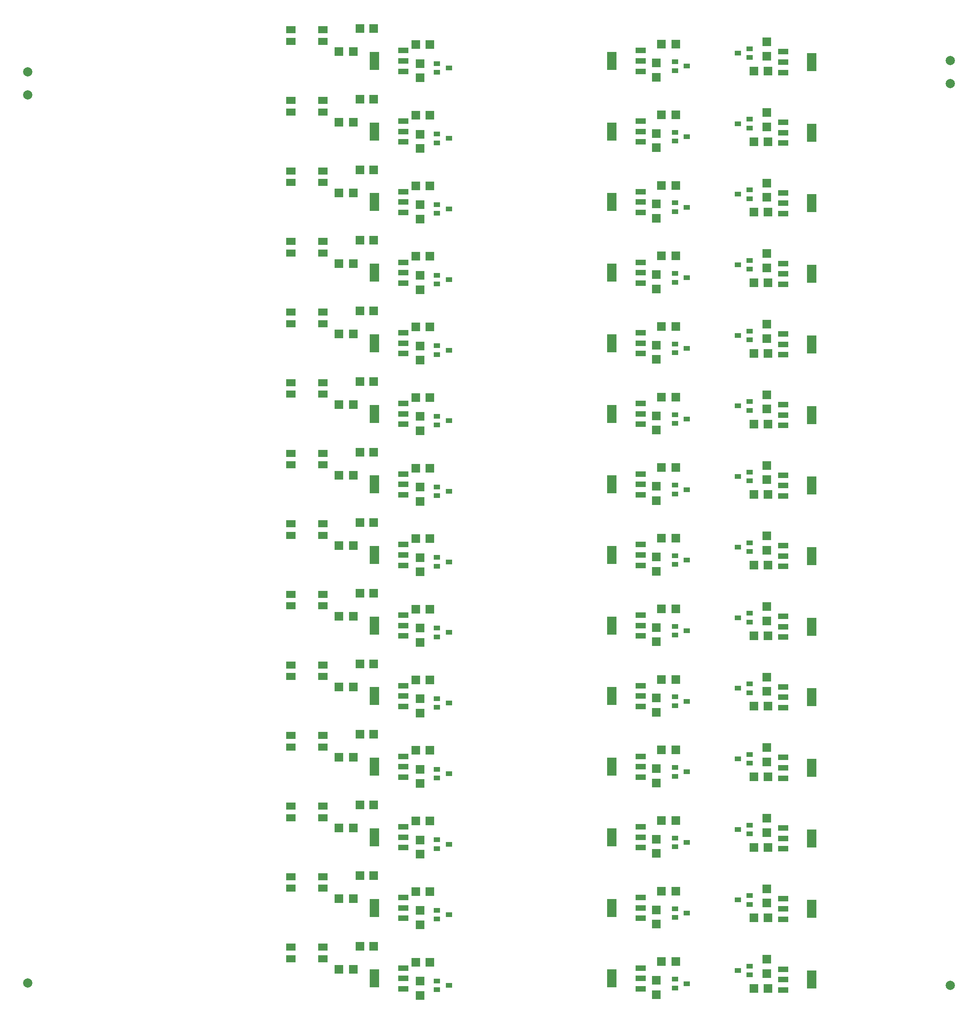
<source format=gtp>
G04 Layer_Color=8421504*
%FSLAX44Y44*%
%MOMM*%
G71*
G01*
G75*
%ADD10C,2.0000*%
%ADD12R,1.8500X1.8500*%
%ADD13R,1.8500X1.8500*%
%ADD14R,1.8500X1.9500*%
%ADD15R,2.3000X1.2000*%
%ADD16R,2.0000X4.0000*%
%ADD17R,1.4000X1.0000*%
%ADD18R,2.0000X1.5000*%
D10*
X2025000Y2050000D02*
D03*
Y2000000D02*
D03*
X25000Y50000D02*
D03*
X2025000Y45000D02*
D03*
X25000Y2025000D02*
D03*
Y1975000D02*
D03*
D12*
X866000Y95250D02*
D03*
X897000D02*
D03*
X1399000Y96250D02*
D03*
X1430000D02*
D03*
X730500Y80000D02*
D03*
X699500D02*
D03*
X1630250Y38000D02*
D03*
X1599250D02*
D03*
X866000Y248250D02*
D03*
X897000D02*
D03*
X1399000Y249250D02*
D03*
X1430000D02*
D03*
X730500Y233000D02*
D03*
X699500D02*
D03*
X1630250Y191000D02*
D03*
X1599250D02*
D03*
X866000Y401250D02*
D03*
X897000D02*
D03*
X1399000Y402250D02*
D03*
X1430000D02*
D03*
X730500Y386000D02*
D03*
X699500D02*
D03*
X1630250Y344000D02*
D03*
X1599250D02*
D03*
X866000Y554250D02*
D03*
X897000D02*
D03*
X1399000Y555250D02*
D03*
X1430000D02*
D03*
X730500Y539000D02*
D03*
X699500D02*
D03*
X1630250Y497000D02*
D03*
X1599250D02*
D03*
X866000Y707250D02*
D03*
X897000D02*
D03*
X1399000Y708250D02*
D03*
X1430000D02*
D03*
X730500Y692000D02*
D03*
X699500D02*
D03*
X1630250Y650000D02*
D03*
X1599250D02*
D03*
X866000Y860250D02*
D03*
X897000D02*
D03*
X1399000Y861250D02*
D03*
X1430000D02*
D03*
X730500Y845000D02*
D03*
X699500D02*
D03*
X1630250Y803000D02*
D03*
X1599250D02*
D03*
X866000Y1013250D02*
D03*
X897000D02*
D03*
X1399000Y1014250D02*
D03*
X1430000D02*
D03*
X730500Y998000D02*
D03*
X699500D02*
D03*
X1630250Y956000D02*
D03*
X1599250D02*
D03*
X866000Y1166250D02*
D03*
X897000D02*
D03*
X1399000Y1167250D02*
D03*
X1430000D02*
D03*
X730500Y1151000D02*
D03*
X699500D02*
D03*
X1630250Y1109000D02*
D03*
X1599250D02*
D03*
X866000Y1319250D02*
D03*
X897000D02*
D03*
X1399000Y1320250D02*
D03*
X1430000D02*
D03*
X730500Y1304000D02*
D03*
X699500D02*
D03*
X1630250Y1262000D02*
D03*
X1599250D02*
D03*
X866000Y1472250D02*
D03*
X897000D02*
D03*
X1399000Y1473250D02*
D03*
X1430000D02*
D03*
X730500Y1457000D02*
D03*
X699500D02*
D03*
X1630250Y1415000D02*
D03*
X1599250D02*
D03*
X866000Y1625250D02*
D03*
X897000D02*
D03*
X1399000Y1626250D02*
D03*
X1430000D02*
D03*
X730500Y1610000D02*
D03*
X699500D02*
D03*
X1630250Y1568000D02*
D03*
X1599250D02*
D03*
X866000Y1778250D02*
D03*
X897000D02*
D03*
X1399000Y1779250D02*
D03*
X1430000D02*
D03*
X730500Y1763000D02*
D03*
X699500D02*
D03*
X1630250Y1721000D02*
D03*
X1599250D02*
D03*
X866000Y1931250D02*
D03*
X897000D02*
D03*
X1399000Y1932250D02*
D03*
X1430000D02*
D03*
X730500Y1916000D02*
D03*
X699500D02*
D03*
X1630250Y1874000D02*
D03*
X1599250D02*
D03*
X866000Y2084250D02*
D03*
X897000D02*
D03*
X1399000Y2085250D02*
D03*
X1430000D02*
D03*
X730500Y2069000D02*
D03*
X699500D02*
D03*
X1630250Y2027000D02*
D03*
X1599250D02*
D03*
D13*
X875250Y23250D02*
D03*
Y54250D02*
D03*
X1388000Y24750D02*
D03*
Y55750D02*
D03*
X1627500Y101250D02*
D03*
Y70250D02*
D03*
X875250Y176250D02*
D03*
Y207250D02*
D03*
X1388000Y177750D02*
D03*
Y208750D02*
D03*
X1627500Y254250D02*
D03*
Y223250D02*
D03*
X875250Y329250D02*
D03*
Y360250D02*
D03*
X1388000Y330750D02*
D03*
Y361750D02*
D03*
X1627500Y407250D02*
D03*
Y376250D02*
D03*
X875250Y482250D02*
D03*
Y513250D02*
D03*
X1388000Y483750D02*
D03*
Y514750D02*
D03*
X1627500Y560250D02*
D03*
Y529250D02*
D03*
X875250Y635250D02*
D03*
Y666250D02*
D03*
X1388000Y636750D02*
D03*
Y667750D02*
D03*
X1627500Y713250D02*
D03*
Y682250D02*
D03*
X875250Y788250D02*
D03*
Y819250D02*
D03*
X1388000Y789750D02*
D03*
Y820750D02*
D03*
X1627500Y866250D02*
D03*
Y835250D02*
D03*
X875250Y941250D02*
D03*
Y972250D02*
D03*
X1388000Y942750D02*
D03*
Y973750D02*
D03*
X1627500Y1019250D02*
D03*
Y988250D02*
D03*
X875250Y1094250D02*
D03*
Y1125250D02*
D03*
X1388000Y1095750D02*
D03*
Y1126750D02*
D03*
X1627500Y1172250D02*
D03*
Y1141250D02*
D03*
X875250Y1247250D02*
D03*
Y1278250D02*
D03*
X1388000Y1248750D02*
D03*
Y1279750D02*
D03*
X1627500Y1325250D02*
D03*
Y1294250D02*
D03*
X875250Y1400250D02*
D03*
Y1431250D02*
D03*
X1388000Y1401750D02*
D03*
Y1432750D02*
D03*
X1627500Y1478250D02*
D03*
Y1447250D02*
D03*
X875250Y1553250D02*
D03*
Y1584250D02*
D03*
X1388000Y1554750D02*
D03*
Y1585750D02*
D03*
X1627500Y1631250D02*
D03*
Y1600250D02*
D03*
X875250Y1706250D02*
D03*
Y1737250D02*
D03*
X1388000Y1707750D02*
D03*
Y1738750D02*
D03*
X1627500Y1784250D02*
D03*
Y1753250D02*
D03*
X875250Y1859250D02*
D03*
Y1890250D02*
D03*
X1388000Y1860750D02*
D03*
Y1891750D02*
D03*
X1627500Y1937250D02*
D03*
Y1906250D02*
D03*
X875250Y2012250D02*
D03*
Y2043250D02*
D03*
X1388000Y2013750D02*
D03*
Y2044750D02*
D03*
X1627500Y2090250D02*
D03*
Y2059250D02*
D03*
D14*
X745000Y130000D02*
D03*
X775000D02*
D03*
X745000Y283000D02*
D03*
X775000D02*
D03*
X745000Y436000D02*
D03*
X775000D02*
D03*
X745000Y589000D02*
D03*
X775000D02*
D03*
X745000Y742000D02*
D03*
X775000D02*
D03*
X745000Y895000D02*
D03*
X775000D02*
D03*
X745000Y1048000D02*
D03*
X775000D02*
D03*
X745000Y1201000D02*
D03*
X775000D02*
D03*
X745000Y1354000D02*
D03*
X775000D02*
D03*
X745000Y1507000D02*
D03*
X775000D02*
D03*
X745000Y1660000D02*
D03*
X775000D02*
D03*
X745000Y1813000D02*
D03*
X775000D02*
D03*
X745000Y1966000D02*
D03*
X775000D02*
D03*
X745000Y2119000D02*
D03*
X775000D02*
D03*
D15*
X838750Y37500D02*
D03*
Y60000D02*
D03*
Y82500D02*
D03*
X1353750Y37500D02*
D03*
Y60000D02*
D03*
Y82500D02*
D03*
X1662500Y80000D02*
D03*
Y57500D02*
D03*
Y35000D02*
D03*
X838750Y190500D02*
D03*
Y213000D02*
D03*
Y235500D02*
D03*
X1353750Y190500D02*
D03*
Y213000D02*
D03*
Y235500D02*
D03*
X1662500Y233000D02*
D03*
Y210500D02*
D03*
Y188000D02*
D03*
X838750Y343500D02*
D03*
Y366000D02*
D03*
Y388500D02*
D03*
X1353750Y343500D02*
D03*
Y366000D02*
D03*
Y388500D02*
D03*
X1662500Y386000D02*
D03*
Y363500D02*
D03*
Y341000D02*
D03*
X838750Y496500D02*
D03*
Y519000D02*
D03*
Y541500D02*
D03*
X1353750Y496500D02*
D03*
Y519000D02*
D03*
Y541500D02*
D03*
X1662500Y539000D02*
D03*
Y516500D02*
D03*
Y494000D02*
D03*
X838750Y649500D02*
D03*
Y672000D02*
D03*
Y694500D02*
D03*
X1353750Y649500D02*
D03*
Y672000D02*
D03*
Y694500D02*
D03*
X1662500Y692000D02*
D03*
Y669500D02*
D03*
Y647000D02*
D03*
X838750Y802500D02*
D03*
Y825000D02*
D03*
Y847500D02*
D03*
X1353750Y802500D02*
D03*
Y825000D02*
D03*
Y847500D02*
D03*
X1662500Y845000D02*
D03*
Y822500D02*
D03*
Y800000D02*
D03*
X838750Y955500D02*
D03*
Y978000D02*
D03*
Y1000500D02*
D03*
X1353750Y955500D02*
D03*
Y978000D02*
D03*
Y1000500D02*
D03*
X1662500Y998000D02*
D03*
Y975500D02*
D03*
Y953000D02*
D03*
X838750Y1108500D02*
D03*
Y1131000D02*
D03*
Y1153500D02*
D03*
X1353750Y1108500D02*
D03*
Y1131000D02*
D03*
Y1153500D02*
D03*
X1662500Y1151000D02*
D03*
Y1128500D02*
D03*
Y1106000D02*
D03*
X838750Y1261500D02*
D03*
Y1284000D02*
D03*
Y1306500D02*
D03*
X1353750Y1261500D02*
D03*
Y1284000D02*
D03*
Y1306500D02*
D03*
X1662500Y1304000D02*
D03*
Y1281500D02*
D03*
Y1259000D02*
D03*
X838750Y1414500D02*
D03*
Y1437000D02*
D03*
Y1459500D02*
D03*
X1353750Y1414500D02*
D03*
Y1437000D02*
D03*
Y1459500D02*
D03*
X1662500Y1457000D02*
D03*
Y1434500D02*
D03*
Y1412000D02*
D03*
X838750Y1567500D02*
D03*
Y1590000D02*
D03*
Y1612500D02*
D03*
X1353750Y1567500D02*
D03*
Y1590000D02*
D03*
Y1612500D02*
D03*
X1662500Y1610000D02*
D03*
Y1587500D02*
D03*
Y1565000D02*
D03*
X838750Y1720500D02*
D03*
Y1743000D02*
D03*
Y1765500D02*
D03*
X1353750Y1720500D02*
D03*
Y1743000D02*
D03*
Y1765500D02*
D03*
X1662500Y1763000D02*
D03*
Y1740500D02*
D03*
Y1718000D02*
D03*
X838750Y1873500D02*
D03*
Y1896000D02*
D03*
Y1918500D02*
D03*
X1353750Y1873500D02*
D03*
Y1896000D02*
D03*
Y1918500D02*
D03*
X1662500Y1916000D02*
D03*
Y1893500D02*
D03*
Y1871000D02*
D03*
X838750Y2026500D02*
D03*
Y2049000D02*
D03*
Y2071500D02*
D03*
X1353750Y2026500D02*
D03*
Y2049000D02*
D03*
Y2071500D02*
D03*
X1662500Y2069000D02*
D03*
Y2046500D02*
D03*
Y2024000D02*
D03*
D16*
X776250Y60000D02*
D03*
X1291250D02*
D03*
X1725000Y57500D02*
D03*
X776250Y213000D02*
D03*
X1291250D02*
D03*
X1725000Y210500D02*
D03*
X776250Y366000D02*
D03*
X1291250D02*
D03*
X1725000Y363500D02*
D03*
X776250Y519000D02*
D03*
X1291250D02*
D03*
X1725000Y516500D02*
D03*
X776250Y672000D02*
D03*
X1291250D02*
D03*
X1725000Y669500D02*
D03*
X776250Y825000D02*
D03*
X1291250D02*
D03*
X1725000Y822500D02*
D03*
X776250Y978000D02*
D03*
X1291250D02*
D03*
X1725000Y975500D02*
D03*
X776250Y1131000D02*
D03*
X1291250D02*
D03*
X1725000Y1128500D02*
D03*
X776250Y1284000D02*
D03*
X1291250D02*
D03*
X1725000Y1281500D02*
D03*
X776250Y1437000D02*
D03*
X1291250D02*
D03*
X1725000Y1434500D02*
D03*
X776250Y1590000D02*
D03*
X1291250D02*
D03*
X1725000Y1587500D02*
D03*
X776250Y1743000D02*
D03*
X1291250D02*
D03*
X1725000Y1740500D02*
D03*
X776250Y1896000D02*
D03*
X1291250D02*
D03*
X1725000Y1893500D02*
D03*
X776250Y2049000D02*
D03*
X1291250D02*
D03*
X1725000Y2046500D02*
D03*
D17*
X937750Y45000D02*
D03*
X912250Y35500D02*
D03*
Y54500D02*
D03*
X1453500Y48750D02*
D03*
X1428000Y39250D02*
D03*
Y58250D02*
D03*
X1564500Y77000D02*
D03*
X1590000Y86500D02*
D03*
Y67500D02*
D03*
X937750Y198000D02*
D03*
X912250Y188500D02*
D03*
Y207500D02*
D03*
X1453500Y201750D02*
D03*
X1428000Y192250D02*
D03*
Y211250D02*
D03*
X1564500Y230000D02*
D03*
X1590000Y239500D02*
D03*
Y220500D02*
D03*
X937750Y351000D02*
D03*
X912250Y341500D02*
D03*
Y360500D02*
D03*
X1453500Y354750D02*
D03*
X1428000Y345250D02*
D03*
Y364250D02*
D03*
X1564500Y383000D02*
D03*
X1590000Y392500D02*
D03*
Y373500D02*
D03*
X937750Y504000D02*
D03*
X912250Y494500D02*
D03*
Y513500D02*
D03*
X1453500Y507750D02*
D03*
X1428000Y498250D02*
D03*
Y517250D02*
D03*
X1564500Y536000D02*
D03*
X1590000Y545500D02*
D03*
Y526500D02*
D03*
X937750Y657000D02*
D03*
X912250Y647500D02*
D03*
Y666500D02*
D03*
X1453500Y660750D02*
D03*
X1428000Y651250D02*
D03*
Y670250D02*
D03*
X1564500Y689000D02*
D03*
X1590000Y698500D02*
D03*
Y679500D02*
D03*
X937750Y810000D02*
D03*
X912250Y800500D02*
D03*
Y819500D02*
D03*
X1453500Y813750D02*
D03*
X1428000Y804250D02*
D03*
Y823250D02*
D03*
X1564500Y842000D02*
D03*
X1590000Y851500D02*
D03*
Y832500D02*
D03*
X937750Y963000D02*
D03*
X912250Y953500D02*
D03*
Y972500D02*
D03*
X1453500Y966750D02*
D03*
X1428000Y957250D02*
D03*
Y976250D02*
D03*
X1564500Y995000D02*
D03*
X1590000Y1004500D02*
D03*
Y985500D02*
D03*
X937750Y1116000D02*
D03*
X912250Y1106500D02*
D03*
Y1125500D02*
D03*
X1453500Y1119750D02*
D03*
X1428000Y1110250D02*
D03*
Y1129250D02*
D03*
X1564500Y1148000D02*
D03*
X1590000Y1157500D02*
D03*
Y1138500D02*
D03*
X937750Y1269000D02*
D03*
X912250Y1259500D02*
D03*
Y1278500D02*
D03*
X1453500Y1272750D02*
D03*
X1428000Y1263250D02*
D03*
Y1282250D02*
D03*
X1564500Y1301000D02*
D03*
X1590000Y1310500D02*
D03*
Y1291500D02*
D03*
X937750Y1422000D02*
D03*
X912250Y1412500D02*
D03*
Y1431500D02*
D03*
X1453500Y1425750D02*
D03*
X1428000Y1416250D02*
D03*
Y1435250D02*
D03*
X1564500Y1454000D02*
D03*
X1590000Y1463500D02*
D03*
Y1444500D02*
D03*
X937750Y1575000D02*
D03*
X912250Y1565500D02*
D03*
Y1584500D02*
D03*
X1453500Y1578750D02*
D03*
X1428000Y1569250D02*
D03*
Y1588250D02*
D03*
X1564500Y1607000D02*
D03*
X1590000Y1616500D02*
D03*
Y1597500D02*
D03*
X937750Y1728000D02*
D03*
X912250Y1718500D02*
D03*
Y1737500D02*
D03*
X1453500Y1731750D02*
D03*
X1428000Y1722250D02*
D03*
Y1741250D02*
D03*
X1564500Y1760000D02*
D03*
X1590000Y1769500D02*
D03*
Y1750500D02*
D03*
X937750Y1881000D02*
D03*
X912250Y1871500D02*
D03*
Y1890500D02*
D03*
X1453500Y1884750D02*
D03*
X1428000Y1875250D02*
D03*
Y1894250D02*
D03*
X1564500Y1913000D02*
D03*
X1590000Y1922500D02*
D03*
Y1903500D02*
D03*
X937750Y2034000D02*
D03*
X912250Y2024500D02*
D03*
Y2043500D02*
D03*
X1453500Y2037750D02*
D03*
X1428000Y2028250D02*
D03*
Y2047250D02*
D03*
X1564500Y2066000D02*
D03*
X1590000Y2075500D02*
D03*
Y2056500D02*
D03*
D18*
X665000Y127500D02*
D03*
Y102500D02*
D03*
X595000Y127500D02*
D03*
Y102500D02*
D03*
X665000Y280500D02*
D03*
Y255500D02*
D03*
X595000Y280500D02*
D03*
Y255500D02*
D03*
X665000Y433500D02*
D03*
Y408500D02*
D03*
X595000Y433500D02*
D03*
Y408500D02*
D03*
X665000Y586500D02*
D03*
Y561500D02*
D03*
X595000Y586500D02*
D03*
Y561500D02*
D03*
X665000Y739500D02*
D03*
Y714500D02*
D03*
X595000Y739500D02*
D03*
Y714500D02*
D03*
X665000Y892500D02*
D03*
Y867500D02*
D03*
X595000Y892500D02*
D03*
Y867500D02*
D03*
X665000Y1045500D02*
D03*
Y1020500D02*
D03*
X595000Y1045500D02*
D03*
Y1020500D02*
D03*
X665000Y1198500D02*
D03*
Y1173500D02*
D03*
X595000Y1198500D02*
D03*
Y1173500D02*
D03*
X665000Y1351500D02*
D03*
Y1326500D02*
D03*
X595000Y1351500D02*
D03*
Y1326500D02*
D03*
X665000Y1504500D02*
D03*
Y1479500D02*
D03*
X595000Y1504500D02*
D03*
Y1479500D02*
D03*
X665000Y1657500D02*
D03*
Y1632500D02*
D03*
X595000Y1657500D02*
D03*
Y1632500D02*
D03*
X665000Y1810500D02*
D03*
Y1785500D02*
D03*
X595000Y1810500D02*
D03*
Y1785500D02*
D03*
X665000Y1963500D02*
D03*
Y1938500D02*
D03*
X595000Y1963500D02*
D03*
Y1938500D02*
D03*
X665000Y2116500D02*
D03*
Y2091500D02*
D03*
X595000Y2116500D02*
D03*
Y2091500D02*
D03*
M02*

</source>
